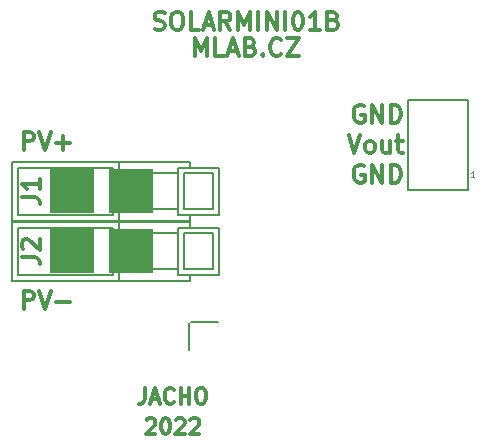
<source format=gbr>
%TF.GenerationSoftware,KiCad,Pcbnew,(5.99.0-13046-g4fe9f01eb0)*%
%TF.CreationDate,2021-12-22T12:24:45+01:00*%
%TF.ProjectId,SOLARMINI01B,534f4c41-524d-4494-9e49-3031422e6b69,rev?*%
%TF.SameCoordinates,Original*%
%TF.FileFunction,Legend,Top*%
%TF.FilePolarity,Positive*%
%FSLAX46Y46*%
G04 Gerber Fmt 4.6, Leading zero omitted, Abs format (unit mm)*
G04 Created by KiCad (PCBNEW (5.99.0-13046-g4fe9f01eb0)) date 2021-12-22 12:24:45*
%MOMM*%
%LPD*%
G01*
G04 APERTURE LIST*
%ADD10C,0.300000*%
%ADD11C,0.304800*%
%ADD12C,0.050000*%
%ADD13C,0.150000*%
%ADD14R,3.810000X3.810000*%
G04 APERTURE END LIST*
D10*
X28872714Y27491428D02*
X29372714Y25991428D01*
X29872714Y27491428D01*
X30587000Y25991428D02*
X30444142Y26062857D01*
X30372714Y26134285D01*
X30301285Y26277142D01*
X30301285Y26705714D01*
X30372714Y26848571D01*
X30444142Y26920000D01*
X30587000Y26991428D01*
X30801285Y26991428D01*
X30944142Y26920000D01*
X31015571Y26848571D01*
X31087000Y26705714D01*
X31087000Y26277142D01*
X31015571Y26134285D01*
X30944142Y26062857D01*
X30801285Y25991428D01*
X30587000Y25991428D01*
X32372714Y26991428D02*
X32372714Y25991428D01*
X31729857Y26991428D02*
X31729857Y26205714D01*
X31801285Y26062857D01*
X31944142Y25991428D01*
X32158428Y25991428D01*
X32301285Y26062857D01*
X32372714Y26134285D01*
X32872714Y26991428D02*
X33444142Y26991428D01*
X33087000Y27491428D02*
X33087000Y26205714D01*
X33158428Y26062857D01*
X33301285Y25991428D01*
X33444142Y25991428D01*
X30158428Y29960000D02*
X30015571Y30031428D01*
X29801285Y30031428D01*
X29587000Y29960000D01*
X29444142Y29817142D01*
X29372714Y29674285D01*
X29301285Y29388571D01*
X29301285Y29174285D01*
X29372714Y28888571D01*
X29444142Y28745714D01*
X29587000Y28602857D01*
X29801285Y28531428D01*
X29944142Y28531428D01*
X30158428Y28602857D01*
X30229857Y28674285D01*
X30229857Y29174285D01*
X29944142Y29174285D01*
X30872714Y28531428D02*
X30872714Y30031428D01*
X31729857Y28531428D01*
X31729857Y30031428D01*
X32444142Y28531428D02*
X32444142Y30031428D01*
X32801285Y30031428D01*
X33015571Y29960000D01*
X33158428Y29817142D01*
X33229857Y29674285D01*
X33301285Y29388571D01*
X33301285Y29174285D01*
X33229857Y28888571D01*
X33158428Y28745714D01*
X33015571Y28602857D01*
X32801285Y28531428D01*
X32444142Y28531428D01*
X15871571Y34170228D02*
X15871571Y35670228D01*
X16371571Y34598800D01*
X16871571Y35670228D01*
X16871571Y34170228D01*
X18300142Y34170228D02*
X17585857Y34170228D01*
X17585857Y35670228D01*
X18728714Y34598800D02*
X19443000Y34598800D01*
X18585857Y34170228D02*
X19085857Y35670228D01*
X19585857Y34170228D01*
X20585857Y34955942D02*
X20800142Y34884514D01*
X20871571Y34813085D01*
X20943000Y34670228D01*
X20943000Y34455942D01*
X20871571Y34313085D01*
X20800142Y34241657D01*
X20657285Y34170228D01*
X20085857Y34170228D01*
X20085857Y35670228D01*
X20585857Y35670228D01*
X20728714Y35598800D01*
X20800142Y35527371D01*
X20871571Y35384514D01*
X20871571Y35241657D01*
X20800142Y35098800D01*
X20728714Y35027371D01*
X20585857Y34955942D01*
X20085857Y34955942D01*
X21585857Y34313085D02*
X21657285Y34241657D01*
X21585857Y34170228D01*
X21514428Y34241657D01*
X21585857Y34313085D01*
X21585857Y34170228D01*
X23157285Y34313085D02*
X23085857Y34241657D01*
X22871571Y34170228D01*
X22728714Y34170228D01*
X22514428Y34241657D01*
X22371571Y34384514D01*
X22300142Y34527371D01*
X22228714Y34813085D01*
X22228714Y35027371D01*
X22300142Y35313085D01*
X22371571Y35455942D01*
X22514428Y35598800D01*
X22728714Y35670228D01*
X22871571Y35670228D01*
X23085857Y35598800D01*
X23157285Y35527371D01*
X23657285Y35670228D02*
X24657285Y35670228D01*
X23657285Y34170228D01*
X24657285Y34170228D01*
X11771428Y3382095D02*
X11833333Y3444000D01*
X11957142Y3505904D01*
X12266666Y3505904D01*
X12390476Y3444000D01*
X12452380Y3382095D01*
X12514285Y3258285D01*
X12514285Y3134476D01*
X12452380Y2948761D01*
X11709523Y2205904D01*
X12514285Y2205904D01*
X13319047Y3505904D02*
X13442857Y3505904D01*
X13566666Y3444000D01*
X13628571Y3382095D01*
X13690476Y3258285D01*
X13752380Y3010666D01*
X13752380Y2701142D01*
X13690476Y2453523D01*
X13628571Y2329714D01*
X13566666Y2267809D01*
X13442857Y2205904D01*
X13319047Y2205904D01*
X13195238Y2267809D01*
X13133333Y2329714D01*
X13071428Y2453523D01*
X13009523Y2701142D01*
X13009523Y3010666D01*
X13071428Y3258285D01*
X13133333Y3382095D01*
X13195238Y3444000D01*
X13319047Y3505904D01*
X14247619Y3382095D02*
X14309523Y3444000D01*
X14433333Y3505904D01*
X14742857Y3505904D01*
X14866666Y3444000D01*
X14928571Y3382095D01*
X14990476Y3258285D01*
X14990476Y3134476D01*
X14928571Y2948761D01*
X14185714Y2205904D01*
X14990476Y2205904D01*
X15485714Y3382095D02*
X15547619Y3444000D01*
X15671428Y3505904D01*
X15980952Y3505904D01*
X16104761Y3444000D01*
X16166666Y3382095D01*
X16228571Y3258285D01*
X16228571Y3134476D01*
X16166666Y2948761D01*
X15423809Y2205904D01*
X16228571Y2205904D01*
X1352142Y26245428D02*
X1352142Y27745428D01*
X1923571Y27745428D01*
X2066428Y27674000D01*
X2137857Y27602571D01*
X2209285Y27459714D01*
X2209285Y27245428D01*
X2137857Y27102571D01*
X2066428Y27031142D01*
X1923571Y26959714D01*
X1352142Y26959714D01*
X2637857Y27745428D02*
X3137857Y26245428D01*
X3637857Y27745428D01*
X4137857Y26816857D02*
X5280714Y26816857D01*
X4709285Y26245428D02*
X4709285Y27388285D01*
X12443000Y36476857D02*
X12657285Y36405428D01*
X13014428Y36405428D01*
X13157285Y36476857D01*
X13228714Y36548285D01*
X13300142Y36691142D01*
X13300142Y36834000D01*
X13228714Y36976857D01*
X13157285Y37048285D01*
X13014428Y37119714D01*
X12728714Y37191142D01*
X12585857Y37262571D01*
X12514428Y37334000D01*
X12443000Y37476857D01*
X12443000Y37619714D01*
X12514428Y37762571D01*
X12585857Y37834000D01*
X12728714Y37905428D01*
X13085857Y37905428D01*
X13300142Y37834000D01*
X14228714Y37905428D02*
X14514428Y37905428D01*
X14657285Y37834000D01*
X14800142Y37691142D01*
X14871571Y37405428D01*
X14871571Y36905428D01*
X14800142Y36619714D01*
X14657285Y36476857D01*
X14514428Y36405428D01*
X14228714Y36405428D01*
X14085857Y36476857D01*
X13943000Y36619714D01*
X13871571Y36905428D01*
X13871571Y37405428D01*
X13943000Y37691142D01*
X14085857Y37834000D01*
X14228714Y37905428D01*
X16228714Y36405428D02*
X15514428Y36405428D01*
X15514428Y37905428D01*
X16657285Y36834000D02*
X17371571Y36834000D01*
X16514428Y36405428D02*
X17014428Y37905428D01*
X17514428Y36405428D01*
X18871571Y36405428D02*
X18371571Y37119714D01*
X18014428Y36405428D02*
X18014428Y37905428D01*
X18585857Y37905428D01*
X18728714Y37834000D01*
X18800142Y37762571D01*
X18871571Y37619714D01*
X18871571Y37405428D01*
X18800142Y37262571D01*
X18728714Y37191142D01*
X18585857Y37119714D01*
X18014428Y37119714D01*
X19514428Y36405428D02*
X19514428Y37905428D01*
X20014428Y36834000D01*
X20514428Y37905428D01*
X20514428Y36405428D01*
X21228714Y36405428D02*
X21228714Y37905428D01*
X21943000Y36405428D02*
X21943000Y37905428D01*
X22800142Y36405428D01*
X22800142Y37905428D01*
X23514428Y36405428D02*
X23514428Y37905428D01*
X24514428Y37905428D02*
X24657285Y37905428D01*
X24800142Y37834000D01*
X24871571Y37762571D01*
X24943000Y37619714D01*
X25014428Y37334000D01*
X25014428Y36976857D01*
X24943000Y36691142D01*
X24871571Y36548285D01*
X24800142Y36476857D01*
X24657285Y36405428D01*
X24514428Y36405428D01*
X24371571Y36476857D01*
X24300142Y36548285D01*
X24228714Y36691142D01*
X24157285Y36976857D01*
X24157285Y37334000D01*
X24228714Y37619714D01*
X24300142Y37762571D01*
X24371571Y37834000D01*
X24514428Y37905428D01*
X26443000Y36405428D02*
X25585857Y36405428D01*
X26014428Y36405428D02*
X26014428Y37905428D01*
X25871571Y37691142D01*
X25728714Y37548285D01*
X25585857Y37476857D01*
X27585857Y37191142D02*
X27800142Y37119714D01*
X27871571Y37048285D01*
X27943000Y36905428D01*
X27943000Y36691142D01*
X27871571Y36548285D01*
X27800142Y36476857D01*
X27657285Y36405428D01*
X27085857Y36405428D01*
X27085857Y37905428D01*
X27585857Y37905428D01*
X27728714Y37834000D01*
X27800142Y37762571D01*
X27871571Y37619714D01*
X27871571Y37476857D01*
X27800142Y37334000D01*
X27728714Y37262571D01*
X27585857Y37191142D01*
X27085857Y37191142D01*
X11616666Y6045904D02*
X11616666Y5117333D01*
X11554761Y4931619D01*
X11430952Y4807809D01*
X11245238Y4745904D01*
X11121428Y4745904D01*
X12173809Y5117333D02*
X12792857Y5117333D01*
X12050000Y4745904D02*
X12483333Y6045904D01*
X12916666Y4745904D01*
X14092857Y4869714D02*
X14030952Y4807809D01*
X13845238Y4745904D01*
X13721428Y4745904D01*
X13535714Y4807809D01*
X13411904Y4931619D01*
X13350000Y5055428D01*
X13288095Y5303047D01*
X13288095Y5488761D01*
X13350000Y5736380D01*
X13411904Y5860190D01*
X13535714Y5984000D01*
X13721428Y6045904D01*
X13845238Y6045904D01*
X14030952Y5984000D01*
X14092857Y5922095D01*
X14650000Y4745904D02*
X14650000Y6045904D01*
X14650000Y5426857D02*
X15392857Y5426857D01*
X15392857Y4745904D02*
X15392857Y6045904D01*
X16259523Y6045904D02*
X16507142Y6045904D01*
X16630952Y5984000D01*
X16754761Y5860190D01*
X16816666Y5612571D01*
X16816666Y5179238D01*
X16754761Y4931619D01*
X16630952Y4807809D01*
X16507142Y4745904D01*
X16259523Y4745904D01*
X16135714Y4807809D01*
X16011904Y4931619D01*
X15950000Y5179238D01*
X15950000Y5612571D01*
X16011904Y5860190D01*
X16135714Y5984000D01*
X16259523Y6045904D01*
X1352142Y12783428D02*
X1352142Y14283428D01*
X1923571Y14283428D01*
X2066428Y14212000D01*
X2137857Y14140571D01*
X2209285Y13997714D01*
X2209285Y13783428D01*
X2137857Y13640571D01*
X2066428Y13569142D01*
X1923571Y13497714D01*
X1352142Y13497714D01*
X2637857Y14283428D02*
X3137857Y12783428D01*
X3637857Y14283428D01*
X4137857Y13354857D02*
X5280714Y13354857D01*
X30158428Y24880000D02*
X30015571Y24951428D01*
X29801285Y24951428D01*
X29587000Y24880000D01*
X29444142Y24737142D01*
X29372714Y24594285D01*
X29301285Y24308571D01*
X29301285Y24094285D01*
X29372714Y23808571D01*
X29444142Y23665714D01*
X29587000Y23522857D01*
X29801285Y23451428D01*
X29944142Y23451428D01*
X30158428Y23522857D01*
X30229857Y23594285D01*
X30229857Y24094285D01*
X29944142Y24094285D01*
X30872714Y23451428D02*
X30872714Y24951428D01*
X31729857Y23451428D01*
X31729857Y24951428D01*
X32444142Y23451428D02*
X32444142Y24951428D01*
X32801285Y24951428D01*
X33015571Y24880000D01*
X33158428Y24737142D01*
X33229857Y24594285D01*
X33301285Y24308571D01*
X33301285Y24094285D01*
X33229857Y23808571D01*
X33158428Y23665714D01*
X33015571Y23522857D01*
X32801285Y23451428D01*
X32444142Y23451428D01*
D11*
%TO.C,J2*%
X1197428Y17145000D02*
X2286000Y17145000D01*
X2503714Y17072428D01*
X2648857Y16927285D01*
X2721428Y16709571D01*
X2721428Y16564428D01*
X1342571Y17798142D02*
X1270000Y17870714D01*
X1197428Y18015857D01*
X1197428Y18378714D01*
X1270000Y18523857D01*
X1342571Y18596428D01*
X1487714Y18669000D01*
X1632857Y18669000D01*
X1850571Y18596428D01*
X2721428Y17725571D01*
X2721428Y18669000D01*
%TO.C,J1*%
X1197428Y22225000D02*
X2286000Y22225000D01*
X2503714Y22152428D01*
X2648857Y22007285D01*
X2721428Y21789571D01*
X2721428Y21644428D01*
X2721428Y23749000D02*
X2721428Y22878142D01*
X2721428Y23313571D02*
X1197428Y23313571D01*
X1415142Y23168428D01*
X1560285Y23023285D01*
X1632857Y22878142D01*
D12*
%TO.C,J4*%
X39512857Y23903809D02*
X39227142Y23903809D01*
X39370000Y23903809D02*
X39370000Y24403809D01*
X39322380Y24332380D01*
X39274761Y24284761D01*
X39227142Y24260952D01*
D13*
%TO.C,J3*%
X15494000Y11684000D02*
X17780000Y11684000D01*
X15367000Y9271000D02*
X15367000Y11557000D01*
%TO.C,J2*%
X9414000Y15152900D02*
X9414000Y20153100D01*
X17414000Y16152000D02*
X17414000Y19154000D01*
X15414000Y15153000D02*
X15414000Y15653000D01*
X14414000Y15653000D02*
X17914100Y15653000D01*
X17914100Y19653000D02*
X17914100Y15653000D01*
X11414000Y16153000D02*
X14414000Y16153000D01*
X15414000Y19653000D02*
X15414000Y20153000D01*
X14414000Y19653000D02*
X17915000Y19653000D01*
X414000Y20153000D02*
X9414000Y20153000D01*
X14914100Y19153000D02*
X17414000Y19153000D01*
X414000Y15152900D02*
X414000Y20153100D01*
X913900Y19653000D02*
X8913900Y19653000D01*
X8913900Y18653000D02*
X9414000Y18653000D01*
X9414000Y20153000D02*
X15414000Y20153000D01*
X913900Y15653000D02*
X8913900Y15653000D01*
X11414000Y16152900D02*
X11414000Y19153100D01*
X8913900Y19653000D02*
X8913900Y15653000D01*
X14914100Y16152000D02*
X14914100Y19154000D01*
X11414000Y19153000D02*
X14414000Y19153000D01*
X14914100Y16153000D02*
X17414000Y16153000D01*
X9414000Y15153000D02*
X15414000Y15153000D01*
X8913900Y16653000D02*
X9414000Y16653000D01*
X14414000Y19653000D02*
X14414000Y15653000D01*
X9414000Y15153000D02*
X414000Y15153000D01*
X913900Y15653000D02*
X913900Y19653000D01*
%TO.C,J1*%
X9414000Y25233000D02*
X15414000Y25233000D01*
X8913900Y24733000D02*
X8913900Y20733000D01*
X14914100Y24233000D02*
X17414000Y24233000D01*
X14914100Y21233000D02*
X17414000Y21233000D01*
X15414000Y24733000D02*
X15414000Y25233000D01*
X9414000Y20233000D02*
X15414000Y20233000D01*
X11414000Y21232900D02*
X11414000Y24233100D01*
X414000Y20232900D02*
X414000Y25233100D01*
X9414000Y20232900D02*
X9414000Y25233100D01*
X414000Y25233000D02*
X9414000Y25233000D01*
X14914100Y21232000D02*
X14914100Y24234000D01*
X11414000Y21233000D02*
X14414000Y21233000D01*
X8913900Y23733000D02*
X9414000Y23733000D01*
X913900Y24733000D02*
X8913900Y24733000D01*
X14414000Y20733000D02*
X17914100Y20733000D01*
X15414000Y20233000D02*
X15414000Y20733000D01*
X17414000Y21232000D02*
X17414000Y24234000D01*
X17914100Y24733000D02*
X17914100Y20733000D01*
X913900Y20733000D02*
X913900Y24733000D01*
X8913900Y21733000D02*
X9414000Y21733000D01*
X913900Y20733000D02*
X8913900Y20733000D01*
X9414000Y20233000D02*
X414000Y20233000D01*
X14414000Y24733000D02*
X17915000Y24733000D01*
X14414000Y24733000D02*
X14414000Y20733000D01*
X11414000Y24233000D02*
X14414000Y24233000D01*
%TO.C,J4*%
X33909000Y22860000D02*
X33909000Y30480000D01*
X33909000Y30480000D02*
X38989000Y30480000D01*
X38989000Y30480000D02*
X38989000Y22860000D01*
X38989000Y22860000D02*
X33909000Y22860000D01*
%TD*%
D14*
%TO.C,J2*%
X5414000Y17653000D03*
X10414000Y17653000D03*
%TD*%
%TO.C,J1*%
X10414000Y22733000D03*
X5414000Y22733000D03*
%TD*%
M02*

</source>
